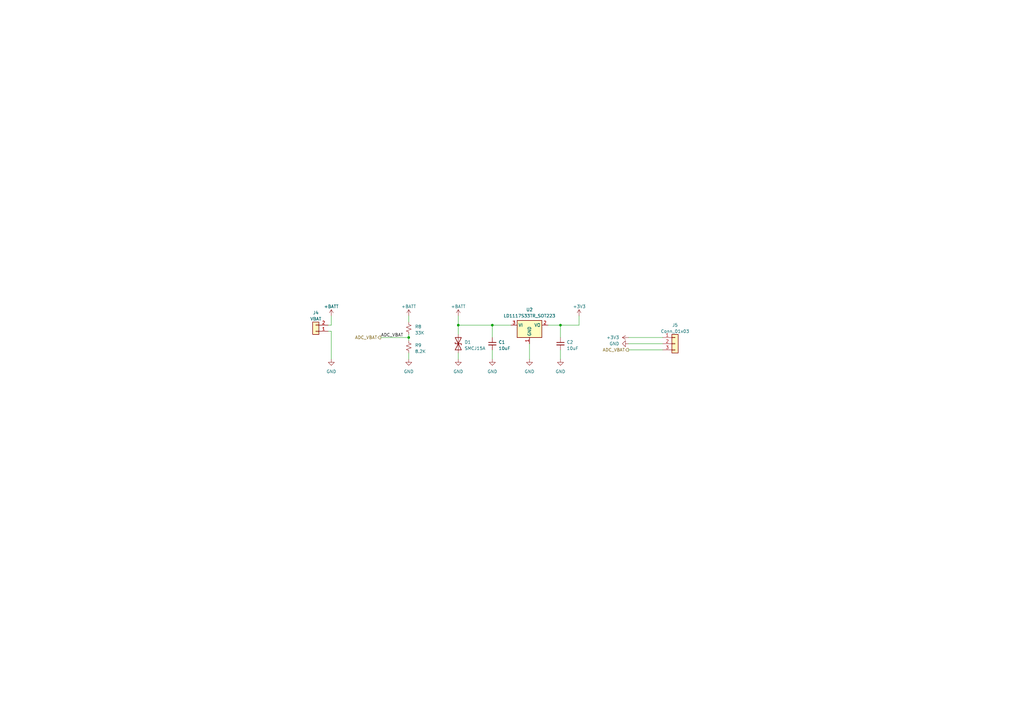
<source format=kicad_sch>
(kicad_sch (version 20230121) (generator eeschema)
  (paper "A3")
  (title_block (title "ESP32 Leanometer") (date "2023-04-10") (rev "R1.0") (company "github.com/theloukou/Leanometer") (comment 1 "Lefteris Kantakos"))
  (lib_symbols
    (symbol "Connector_Generic:Conn_01x02" (pin_names (offset 1.016) hide)
      (property "Reference" "J" (at 0 2.54 0))
      (property "Value" "Conn_01x02" (at 0 -5.08 0))
      (symbol "Conn_01x02_1_1"
        (rectangle (start -1.27 -2.413) (end 0 -2.667) (stroke (width 0.1524)))
        (rectangle (start -1.27 0.127) (end 0 -0.127) (stroke (width 0.1524)))
        (rectangle (start -1.27 1.27) (end 1.27 -3.81) (stroke (width 0.254)) (fill (type background)))
        (pin passive line (at -5.08 0 0) (length 3.81) (name "Pin_1") (number "1"))
        (pin passive line (at -5.08 -2.54 0) (length 3.81) (name "Pin_2") (number "2"))
      )
    )
    (symbol "Connector_Generic:Conn_01x03" (pin_names (offset 1.016) hide)
      (property "Reference" "J" (at 0 5.08 0))
      (property "Value" "Conn_01x03" (at 0 -5.08 0))
      (symbol "Conn_01x03_1_1"
        (rectangle (start -1.27 -2.413) (end 0 -2.667) (stroke (width 0.1524)))
        (rectangle (start -1.27 0.127) (end 0 -0.127) (stroke (width 0.1524)))
        (rectangle (start -1.27 2.667) (end 0 2.413) (stroke (width 0.1524)))
        (rectangle (start -1.27 3.81) (end 1.27 -3.81) (stroke (width 0.254)) (fill (type background)))
        (pin passive line (at -5.08 2.54 0) (length 3.81) (name "Pin_1") (number "1"))
        (pin passive line (at -5.08 0 0) (length 3.81) (name "Pin_2") (number "2"))
        (pin passive line (at -5.08 -2.54 0) (length 3.81) (name "Pin_3") (number "3"))
      )
    )
    (symbol "Device:C_Small" (pin_numbers hide) (pin_names (offset 0.254) hide)
      (property "Reference" "C" (at 0.254 1.778 0))
      (property "Value" "C_Small" (at 0.254 -2.032 0))
      (symbol "C_Small_0_1"
        (polyline (pts (xy -1.524 -0.508) (xy 1.524 -0.508)) (stroke (width 0.3302)))
        (polyline (pts (xy -1.524 0.508) (xy 1.524 0.508)) (stroke (width 0.3048)))
      )
      (symbol "C_Small_1_1"
        (pin passive line (at 0 2.54 270) (length 2.032) (name "~") (number "1"))
        (pin passive line (at 0 -2.54 90) (length 2.032) (name "~") (number "2"))
      )
    )
    (symbol "Device:D_TVS" (pin_numbers hide) (pin_names (offset 1.016) hide)
      (property "Reference" "D" (at 0 2.54 0))
      (property "Value" "D_TVS" (at 0 -2.54 0))
      (symbol "D_TVS_0_1"
        (polyline (pts (xy 1.27 0) (xy -1.27 0)))
        (polyline (pts (xy 0.508 1.27) (xy 0 1.27) (xy 0 -1.27) (xy -0.508 -1.27)) (stroke (width 0.254)))
        (polyline (pts (xy -2.54 1.27) (xy -2.54 -1.27) (xy 2.54 1.27) (xy 2.54 -1.27) (xy -2.54 1.27)) (stroke (width 0.254)))
      )
      (symbol "D_TVS_1_1"
        (pin passive line (at -3.81 0 0) (length 2.54) (name "A1") (number "1"))
        (pin passive line (at 3.81 0 180) (length 2.54) (name "A2") (number "2"))
      )
    )
    (symbol "Device:R_Small_US" (pin_numbers hide) (pin_names (offset 0.254) hide)
      (property "Reference" "R" (at 0.762 0.508 0))
      (property "Value" "R_Small_US" (at 0.762 -1.016 0))
      (symbol "R_Small_US_1_1"
        (polyline (pts (xy 0 0) (xy 1.016 -0.381) (xy 0 -0.762) (xy -1.016 -1.143) (xy 0 -1.524)))
        (polyline (pts (xy 0 1.524) (xy 1.016 1.143) (xy 0 0.762) (xy -1.016 0.381) (xy 0 0)))
        (pin passive line (at 0 2.54 270) (length 1.016) (name "~") (number "1"))
        (pin passive line (at 0 -2.54 90) (length 1.016) (name "~") (number "2"))
      )
    )
    (symbol "Regulator_Linear:LD1117S33TR_SOT223"
      (property "Reference" "U" (at -3.81 3.175 0))
      (property "Value" "LD1117S33TR_SOT223" (at 0 3.175 0))
      (symbol "LD1117S33TR_SOT223_0_1"
        (rectangle (start -5.08 -5.08) (end 5.08 1.905) (stroke (width 0.254)) (fill (type background)))
      )
      (symbol "LD1117S33TR_SOT223_1_1"
        (pin power_in line (at 0 -7.62 90) (length 2.54) (name "GND") (number "1"))
        (pin power_out line (at 7.62 0 180) (length 2.54) (name "VO") (number "2"))
        (pin power_in line (at -7.62 0 0) (length 2.54) (name "VI") (number "3"))
      )
    )
    (symbol "power:+3V3" (power) (pin_names (offset 0))
      (property "Value" "+3V3" (at 0 3.556 0))
      (symbol "+3V3_0_1"
        (polyline (pts (xy -0.762 1.27) (xy 0 2.54)))
        (polyline (pts (xy 0 0) (xy 0 2.54)))
        (polyline (pts (xy 0 2.54) (xy 0.762 1.27)))
      )
      (symbol "+3V3_1_1"
        (pin power_in line (at 0 0 90) (length 0) hide (name "+3V3") (number "1"))
      )
    )
    (symbol "power:+BATT" (power) (pin_names (offset 0))
      (property "Value" "+BATT" (at 0 3.556 0))
      (symbol "+BATT_0_1"
        (polyline (pts (xy -0.762 1.27) (xy 0 2.54)))
        (polyline (pts (xy 0 0) (xy 0 2.54)))
        (polyline (pts (xy 0 2.54) (xy 0.762 1.27)))
      )
      (symbol "+BATT_1_1"
        (pin power_in line (at 0 0 90) (length 0) hide (name "+BATT") (number "1"))
      )
    )
    (symbol "power:GND" (power) (pin_names (offset 0))
      (property "Value" "GND" (at 0 -3.81 0))
      (symbol "GND_0_1"
        (polyline (pts (xy 0 0) (xy 0 -1.27) (xy 1.27 -1.27) (xy 0 -2.54) (xy -1.27 -1.27) (xy 0 -1.27)))
      )
      (symbol "GND_1_1"
        (pin power_in line (at 0 0 270) (length 0) hide (name "GND") (number "1"))
      )
    )
  )
  (junction (at 167.64 138.43))
  (junction (at 187.96 133.35))
  (junction (at 201.93 133.35))
  (junction (at 229.87 133.35))
  (wire (pts (xy 134.62 135.89) (xy 135.89 135.89)))
  (wire (pts (xy 201.93 133.35) (xy 209.55 133.35)))
  (wire (pts (xy 187.96 133.35) (xy 187.96 137.16)))
  (wire (pts (xy 271.78 138.43) (xy 257.81 138.43)))
  (wire (pts (xy 134.62 133.35) (xy 135.89 133.35)))
  (wire (pts (xy 187.96 144.78) (xy 187.96 147.32)))
  (wire (pts (xy 229.87 138.43) (xy 229.87 133.35)))
  (wire (pts (xy 229.87 143.51) (xy 229.87 147.32)))
  (wire (pts (xy 135.89 135.89) (xy 135.89 147.32)))
  (wire (pts (xy 201.93 138.43) (xy 201.93 133.35)))
  (wire (pts (xy 229.87 133.35) (xy 237.49 133.35)))
  (wire (pts (xy 224.79 133.35) (xy 229.87 133.35)))
  (wire (pts (xy 167.64 129.54) (xy 167.64 132.08)))
  (wire (pts (xy 167.64 138.43) (xy 167.64 137.16)))
  (wire (pts (xy 135.89 129.54) (xy 135.89 133.35)))
  (wire (pts (xy 201.93 143.51) (xy 201.93 147.32)))
  (wire (pts (xy 271.78 143.51) (xy 257.81 143.51)))
  (wire (pts (xy 167.64 138.43) (xy 167.64 139.7)))
  (wire (pts (xy 271.78 140.97) (xy 257.81 140.97)))
  (wire (pts (xy 217.17 140.97) (xy 217.17 147.32)))
  (wire (pts (xy 187.96 129.54) (xy 187.96 133.35)))
  (wire (pts (xy 237.49 129.54) (xy 237.49 133.35)))
  (wire (pts (xy 187.96 133.35) (xy 201.93 133.35)))
  (wire (pts (xy 156.21 138.43) (xy 167.64 138.43)))
  (wire (pts (xy 167.64 144.78) (xy 167.64 147.32)))
  (label "ADC_VBAT" (at 156.21 138.43 0))
  (hierarchical_label "ADC_VBAT" (shape output) (at 156.21 138.43 180))
  (hierarchical_label "ADC_VBAT" (shape output) (at 257.81 143.51 180))
  (symbol (lib_id "power:GND") (at 229.87 147.32 0) (unit 1)
    (property "Reference" "#PWR028" (effects hide))
    (property "Value" "GND" (at 229.87 152.4 0))
    (instances (project "leanometer_esp32" (path "" (reference "#PWR028") (unit 1)) (path "" (reference "#PWR020") (unit 1)) (path "" (reference "#PWR020") (unit 1))))
  )
  (symbol (lib_id "power:GND") (at 217.17 147.32 0) (unit 1)
    (property "Reference" "#PWR01" (effects hide))
    (property "Value" "GND" (at 217.17 152.4 0))
    (instances (project "leanometer_esp32" (path "" (reference "#PWR01") (unit 1)) (path "" (reference "#PWR017") (unit 1)) (path "" (reference "#PWR017") (unit 1))))
  )
  (symbol (lib_id "power:+BATT") (at 135.89 129.54 0) (unit 1)
    (property "Reference" "#PWR03" (effects hide))
    (property "Value" "+BATT" (at 135.89 125.73 0))
  )
  (symbol (lib_id "Device:C_Small") (at 229.87 140.97 0) (unit 1)
    (property "Reference" "C2" (at 232.41 140.3413 0) (effects (justify left)))
    (property "Value" "10uF" (at 232.41 142.8813 0) (effects (justify left)))
    (property "Footprint" "Capacitor_SMD:C_0805_2012Metric" (effects hide))
    (instances (project "leanometer_esp32" (path "" (reference "C2") (unit 1)) (path "" (reference "C4") (unit 1)) (path "" (reference "C4") (unit 1))))
  )
  (symbol (lib_id "power:+BATT") (at 167.64 129.54 0) (unit 1)
    (property "Reference" "#PWR035" (effects hide))
    (property "Value" "+BATT" (at 167.64 125.73 0))
    (instances (project "leanometer_esp32" (path "" (reference "#PWR035") (unit 1)) (path "" (reference "#PWR011") (unit 1)) (path "" (reference "#PWR011") (unit 1))))
  )
  (symbol (lib_id "power:+3V3") (at 257.81 138.43 90) (unit 1)
    (property "Reference" "#PWR060" (effects hide))
    (property "Value" "+3V3" (at 254 138.43 90) (effects (justify left)))
    (instances (project "leanometer_esp32" (path "" (reference "#PWR060") (unit 1)) (path "" (reference "#PWR048") (unit 1)) (path "" (reference "#PWR038") (unit 1)) (path "" (reference "#PWR066") (unit 1))))
  )
  (symbol (lib_id "Device:R_Small_US") (at 167.64 142.24 0) (unit 1)
    (property "Reference" "R9" (at 170.18 141.605 0) (effects (justify left)))
    (property "Value" "8.2K" (at 170.18 144.145 0) (effects (justify left)))
    (property "Footprint" "Resistor_SMD:R_0603_1608Metric" (effects hide))
    (instances (project "leanometer_esp32" (path "" (reference "R9") (unit 1)) (path "" (reference "R2") (unit 1)) (path "" (reference "R2") (unit 1))))
  )
  (symbol (lib_id "power:GND") (at 201.93 147.32 0) (unit 1)
    (property "Reference" "#PWR027" (effects hide))
    (property "Value" "GND" (at 201.93 152.4 0))
    (instances (project "leanometer_esp32" (path "" (reference "#PWR027") (unit 1)) (path "" (reference "#PWR015") (unit 1)) (path "" (reference "#PWR015") (unit 1))))
  )
  (symbol (lib_id "Connector_Generic:Conn_01x03") (at 276.86 140.97 0) (unit 1)
    (property "Reference" "J5" (at 276.86 133.35 0))
    (property "Value" "Conn_01x03" (at 276.86 135.89 0))
    (property "Footprint" "Connector_PinHeader_2.54mm:PinHeader_1x03_P2.54mm_Vertical" (effects hide))
    (instances (project "leanometer_esp32" (path "" (reference "J5") (unit 1)) (path "" (reference "J7") (unit 1))))
  )
  (symbol (lib_id "power:+3V3") (at 237.49 129.54 0) (unit 1)
    (property "Reference" "#PWR02" (effects hide))
    (property "Value" "+3V3" (at 234.95 125.73 0) (effects (justify left)))
    (instances (project "leanometer_esp32" (path "" (reference "#PWR02") (unit 1)) (path "" (reference "#PWR022") (unit 1)) (path "" (reference "#PWR022") (unit 1))))
  )
  (symbol (lib_id "Regulator_Linear:LD1117S33TR_SOT223") (at 217.17 133.35 0) (unit 1)
    (property "Reference" "U2" (at 217.17 127 0))
    (property "Value" "LD1117S33TR_SOT223" (at 217.17 129.54 0))
    (property "Footprint" "Package_TO_SOT_SMD:SOT-223-3_TabPin2" (effects hide))
    (property "Datasheet" "http://www.st.com/st-web-ui/static/active/en/resource/technical/document/datasheet/CD00000544.pdf" (effects hide))
    (instances (project "leanometer_esp32" (path "" (reference "U2") (unit 1)) (path "" (reference "U1") (unit 1)) (path "" (reference "U1") (unit 1))))
  )
  (symbol (lib_id "Device:C_Small") (at 201.93 140.97 0) (unit 1)
    (property "Reference" "C1" (at 204.47 140.3413 0) (effects (justify left)))
    (property "Value" "10uF" (at 204.47 142.8813 0) (effects (justify left)))
    (property "Footprint" "Capacitor_SMD:C_0805_2012Metric" (effects hide))
    (instances (project "leanometer_esp32" (path "" (reference "C1") (unit 1)) (path "" (reference "C2") (unit 1)) (path "" (reference "C2") (unit 1))))
  )
  (symbol (lib_id "power:GND") (at 257.81 140.97 270) (unit 1)
    (property "Reference" "#PWR032" (effects hide))
    (property "Value" "GND" (at 254 140.97 90) (effects (justify right)))
    (instances (project "leanometer_esp32" (path "" (reference "#PWR032") (unit 1)) (path "" (reference "#PWR039") (unit 1)) (path "" (reference "#PWR067") (unit 1))))
  )
  (symbol (lib_id "power:GND") (at 187.96 147.32 0) (unit 1)
    (property "Reference" "#PWR046" (effects hide))
    (property "Value" "GND" (at 187.96 152.4 0))
    (instances (project "leanometer_esp32" (path "" (reference "#PWR046") (unit 1)) (path "" (reference "#PWR014") (unit 1)) (path "" (reference "#PWR014") (unit 1))))
  )
  (symbol (lib_id "Device:D_TVS") (at 187.96 140.97 90) (unit 1)
    (property "Reference" "D1" (at 190.5 140.335 90) (effects (justify right)))
    (property "Value" "SMCJ15A" (at 190.5 142.875 90) (effects (justify right)))
    (property "Footprint" "Diode_SMD:D_SMC" (effects hide))
  )
  (symbol (lib_id "Device:R_Small_US") (at 167.64 134.62 0) (unit 1)
    (property "Reference" "R8" (at 170.18 133.985 0) (effects (justify left)))
    (property "Value" "33K" (at 170.18 136.525 0) (effects (justify left)))
    (property "Footprint" "Resistor_SMD:R_0603_1608Metric" (effects hide))
    (instances (project "leanometer_esp32" (path "" (reference "R8") (unit 1)) (path "" (reference "R1") (unit 1)) (path "" (reference "R1") (unit 1))))
  )
  (symbol (lib_id "power:GND") (at 167.64 147.32 0) (unit 1)
    (property "Reference" "#PWR045" (effects hide))
    (property "Value" "GND" (at 167.64 152.4 0))
    (instances (project "leanometer_esp32" (path "" (reference "#PWR045") (unit 1)) (path "" (reference "#PWR012") (unit 1)) (path "" (reference "#PWR012") (unit 1))))
  )
  (symbol (lib_id "Connector_Generic:Conn_01x02") (at 129.54 135.89 180) (unit 1)
    (property "Reference" "J4" (at 129.54 128.27 0))
    (property "Value" "VBAT" (at 129.54 130.81 0))
    (property "Footprint" "Connector_JST:JST_PH_S2B-PH-K_1x02_P2.00mm_Horizontal" (effects hide))
    (instances (project "leanometer_esp32" (path "" (reference "J4") (unit 1)) (path "" (reference "J3") (unit 1)) (path "" (reference "J3") (unit 1))))
  )
  (symbol (lib_id "power:+BATT") (at 187.96 129.54 0) (unit 1)
    (property "Reference" "#PWR033" (effects hide))
    (property "Value" "+BATT" (at 187.96 125.73 0))
    (instances (project "leanometer_esp32" (path "" (reference "#PWR033") (unit 1)) (path "" (reference "#PWR013") (unit 1)) (path "" (reference "#PWR013") (unit 1))))
  )
  (symbol (lib_id "power:GND") (at 135.89 147.32 0) (unit 1)
    (property "Reference" "#PWR034" (effects hide))
    (property "Value" "GND" (at 135.89 152.4 0))
    (instances (project "leanometer_esp32" (path "" (reference "#PWR034") (unit 1)) (path "" (reference "#PWR04") (unit 1)) (path "" (reference "#PWR04") (unit 1))))
  )
)
</source>
